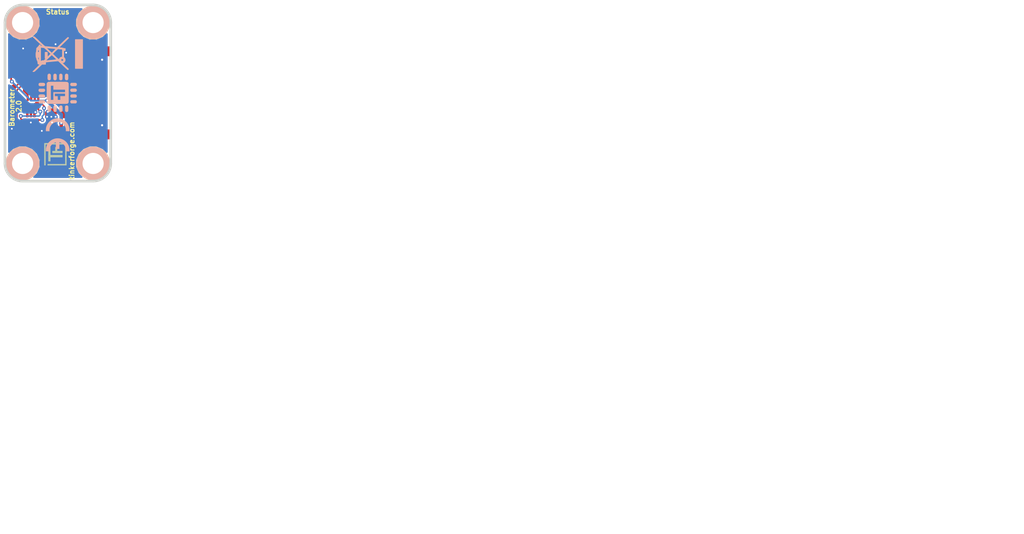
<source format=kicad_pcb>
(kicad_pcb (version 4) (host pcbnew 4.0.7-e2-6376~61~ubuntu18.04.1)
  (title_block (title "Barometric Pressure Bricklet") (date 2017-09-14) (rev 2.0) (company "Tinkerforge GmbH") (comment 1 "Licensed under CERN OHL v.1.1") (comment 2 "Copyright (©) 2017, L.Lauer <lukas@tinkerforge.com>"))
  (layers (0 Vorderseite signal) (31 Rückseite signal) (34 B.Paste user) (35 F.Paste user) (36 B.SilkS user) (37 F.SilkS user) (38 B.Mask user) (39 F.Mask user) (44 Edge.Cuts user))
  (net 0 "")
  (net 1 GND)
  (net 2 VCC)
  (net 3 "Net-(P1-Pad6)")
  (net 4 "Net-(C1-Pad1)")
  (net 5 "Net-(D1-Pad2)")
  (net 6 "Net-(P1-Pad4)")
  (net 7 "Net-(P1-Pad5)")
  (net 8 "Net-(P2-Pad1)")
  (net 9 "Net-(R1-Pad1)")
  (net 10 S-MISO)
  (net 11 S-MOSI)
  (net 12 S-CLK)
  (net 13 S-CS)
  (net 14 M-MISO)
  (net 15 M-MOSI)
  (net 16 M-CLK)
  (net 17 M-CS)
  (net 18 "Net-(RP2-Pad5)")
  (net 19 "Net-(RP2-Pad6)")
  (net 20 "Net-(RP2-Pad7)")
  (net 21 "Net-(RP2-Pad8)")
  (net 22 "Net-(P3-Pad2)")
  (net 23 INT)
  (module kicad-libraries:DRILL_NP (layer Vorderseite) (at 142.8242 93.12402 90)
    (fp_text reference U6 hide)
    (fp_text value DRILL hide)
    (pad "" np_thru_hole circle (at 0 0 90) (size 2.99974 2.99974) (drill 2.99974) (layers *.Cu *.Mask F.SilkS) (clearance 0.89916))
  )
  (module kicad-libraries:CE_5mm (layer Rückseite) (at 147.8 109.1 270)
    (fp_text reference VAL hide)
    (fp_text value CE_5mm hide)
  )
  (module kicad-libraries:Fiducial_Mark (layer Vorderseite) (at 147.3 114.6)
    (fp_text reference Fiducial_Mark hide)
    (fp_text value VAL** hide)
    (pad 1 smd circle (at 0 0) (size 1.00076 1.00076) (layers Vorderseite F.Paste F.Mask) (clearance 0.65024))
  )
  (module kicad-libraries:Fiducial_Mark (layer Vorderseite) (at 149.3 95.6)
    (fp_text reference Fiducial_Mark hide)
    (fp_text value VAL** hide)
    (pad 1 smd circle (at 0 0) (size 1.00076 1.00076) (layers Vorderseite F.Paste F.Mask) (clearance 0.65024))
  )
  (module kicad-libraries:Logo_31x31 (layer Vorderseite) (at 145.9 113.4 90)
    (fp_text reference G*** hide)
    (fp_text value Logo_31x31 hide)
  )
  (module kicad-libraries:DEBUG_PAD (layer Vorderseite) (at 141.62 102.22)
    (fp_text reference P2)
    (fp_text value CONN_01X01)
    (pad 1 smd circle (at 0 0) (size 0.7 0.7) (layers Vorderseite F.Paste F.Mask) (net 8 "Net-(P2-Pad1)"))
  )
  (module kicad-libraries:QFN24-4x4mm-0.5mm (layer Vorderseite) (at 144.3 100.1 225)
    (fp_text reference U1)
    (fp_text value XMC11XX24)
    (pad 1 smd oval (at -2.025 -1.25 225) (size 1 0.3) (layers Vorderseite F.Paste F.Mask) (net 10 S-MISO))
    (pad 2 smd oval (at -2.025 -0.75 225) (size 1 0.3) (layers Vorderseite F.Paste F.Mask))
    (pad 3 smd oval (at -2.025 -0.25 225) (size 1 0.3) (layers Vorderseite F.Paste F.Mask))
    (pad 4 smd oval (at -2.025 0.25 225) (size 1 0.3) (layers Vorderseite F.Paste F.Mask) (net 22 "Net-(P3-Pad2)"))
    (pad 5 smd oval (at -2.025 0.75 225) (size 1 0.3) (layers Vorderseite F.Paste F.Mask))
    (pad 6 smd oval (at -2.025 1.25 225) (size 1 0.3) (layers Vorderseite F.Paste F.Mask))
    (pad 7 smd oval (at -1.25 2.025 315) (size 1 0.3) (layers Vorderseite F.Paste F.Mask) (net 9 "Net-(R1-Pad1)"))
    (pad 8 smd oval (at -0.75 2.025 315) (size 1 0.3) (layers Vorderseite F.Paste F.Mask))
    (pad 9 smd oval (at -0.25 2.025 315) (size 1 0.3) (layers Vorderseite F.Paste F.Mask) (net 1 GND))
    (pad 10 smd oval (at 0.25 2.025 315) (size 1 0.3) (layers Vorderseite F.Paste F.Mask) (net 2 VCC))
    (pad 11 smd oval (at 0.75 2.025 315) (size 1 0.3) (layers Vorderseite F.Paste F.Mask))
    (pad 12 smd oval (at 1.25 2.025 315) (size 1 0.3) (layers Vorderseite F.Paste F.Mask))
    (pad 13 smd oval (at 2.025 1.25 225) (size 1 0.3) (layers Vorderseite F.Paste F.Mask))
    (pad 14 smd oval (at 2.025 0.75 225) (size 1 0.3) (layers Vorderseite F.Paste F.Mask))
    (pad 15 smd oval (at 2.025 0.25 225) (size 1 0.3) (layers Vorderseite F.Paste F.Mask) (net 8 "Net-(P2-Pad1)"))
    (pad 16 smd oval (at 2.025 -0.25 225) (size 1 0.3) (layers Vorderseite F.Paste F.Mask) (net 23 INT))
    (pad 17 smd oval (at 2.025 -0.75 225) (size 1 0.3) (layers Vorderseite F.Paste F.Mask) (net 21 "Net-(RP2-Pad8)"))
    (pad 18 smd oval (at 2.025 -1.25 225) (size 1 0.3) (layers Vorderseite F.Paste F.Mask) (net 20 "Net-(RP2-Pad7)"))
    (pad 19 smd oval (at 1.25 -2.025 315) (size 1 0.3) (layers Vorderseite F.Paste F.Mask) (net 19 "Net-(RP2-Pad6)"))
    (pad 20 smd oval (at 0.75 -2.025 315) (size 1 0.3) (layers Vorderseite F.Paste F.Mask) (net 18 "Net-(RP2-Pad5)"))
    (pad 21 smd oval (at 0.25 -2.025 315) (size 1 0.3) (layers Vorderseite F.Paste F.Mask))
    (pad 22 smd oval (at -0.25 -2.025 315) (size 1 0.3) (layers Vorderseite F.Paste F.Mask) (net 13 S-CS))
    (pad 23 smd oval (at -0.75 -2.025 315) (size 1 0.3) (layers Vorderseite F.Paste F.Mask) (net 12 S-CLK))
    (pad 24 smd oval (at -1.25 -2.025 315) (size 1 0.3) (layers Vorderseite F.Paste F.Mask) (net 11 S-MOSI))
    (pad EXP smd rect (at 0.65 0.65 225) (size 1.3 1.3) (layers Vorderseite F.Paste F.Mask) (net 1 GND))
    (pad EXP smd rect (at 0.65 -0.65 225) (size 1.3 1.3) (layers Vorderseite F.Paste F.Mask) (net 1 GND))
    (pad EXP smd rect (at -0.65 0.65 225) (size 1.3 1.3) (layers Vorderseite F.Paste F.Mask) (net 1 GND))
    (pad EXP smd rect (at -0.65 -0.65 225) (size 1.3 1.3) (layers Vorderseite F.Paste F.Mask) (net 1 GND))
  )
  (module kicad-libraries:C0805 (layer Vorderseite) (at 148.7 105.2 270)
    (fp_text reference C2)
    (fp_text value 10uF)
    (pad 1 smd rect (at -1.00076 0 270) (size 1.00076 1.24968) (layers Vorderseite F.Paste F.Mask) (net 2 VCC) (clearance 0.14986))
    (pad 2 smd rect (at 1.00076 0 270) (size 1.00076 1.24968) (layers Vorderseite F.Paste F.Mask) (net 1 GND) (clearance 0.14986))
  )
  (module kicad-libraries:C0603F (layer Vorderseite) (at 147.2 105 270)
    (fp_text reference C3)
    (fp_text value 1uF)
    (pad 1 smd rect (at -0.75 0 270) (size 0.9 0.9) (layers Vorderseite F.Paste F.Mask) (net 2 VCC))
    (pad 2 smd rect (at 0.75 0 270) (size 0.9 0.9) (layers Vorderseite F.Paste F.Mask) (net 1 GND))
  )
  (module kicad-libraries:C0603F (layer Vorderseite) (at 147 108.8 270)
    (fp_text reference C7)
    (fp_text value 1uF)
    (pad 1 smd rect (at -0.75 0 270) (size 0.9 0.9) (layers Vorderseite F.Paste F.Mask) (net 1 GND))
    (pad 2 smd rect (at 0.75 0 270) (size 0.9 0.9) (layers Vorderseite F.Paste F.Mask) (net 2 VCC))
  )
  (module kicad-libraries:D0603E (layer Vorderseite) (at 147.8 92.8)
    (fp_text reference D1)
    (fp_text value blue)
    (pad 1 smd rect (at -0.8501 0) (size 1.1 1) (layers Vorderseite F.Paste F.Mask) (net 2 VCC))
    (pad 2 smd rect (at 0.8501 0) (size 1.1 1) (layers Vorderseite F.Paste F.Mask) (net 5 "Net-(D1-Pad2)"))
  )
  (module kicad-libraries:CON-SENSOR2 (layer Vorderseite) (at 155.3 103.1 90)
    (fp_text reference P1)
    (fp_text value CON-SENSOR2)
    (pad 1 smd rect (at -3.75 -4.6 90) (size 0.6 1.8) (layers Vorderseite F.Paste F.Mask))
    (pad 2 smd rect (at -2.5 -4.6 90) (size 0.6 1.8) (layers Vorderseite F.Paste F.Mask) (net 1 GND))
    (pad EP smd rect (at -5.9 -1.2 90) (size 1.4 2.4) (layers Vorderseite F.Paste F.Mask) (net 1 GND))
    (pad EP smd rect (at 5.9 -1.2 90) (size 1.4 2.4) (layers Vorderseite F.Paste F.Mask) (net 1 GND))
    (pad 3 smd rect (at -1.25 -4.6 90) (size 0.6 1.8) (layers Vorderseite F.Paste F.Mask) (net 2 VCC))
    (pad 4 smd rect (at 0 -4.6 90) (size 0.6 1.8) (layers Vorderseite F.Paste F.Mask) (net 6 "Net-(P1-Pad4)"))
    (pad 5 smd rect (at 1.25 -4.6 90) (size 0.6 1.8) (layers Vorderseite F.Paste F.Mask) (net 7 "Net-(P1-Pad5)"))
    (pad 6 smd rect (at 2.5 -4.6 90) (size 0.6 1.8) (layers Vorderseite F.Paste F.Mask) (net 3 "Net-(P1-Pad6)"))
    (pad 7 smd rect (at 3.75 -4.6 90) (size 0.6 1.8) (layers Vorderseite F.Paste F.Mask) (net 4 "Net-(C1-Pad1)"))
  )
  (module kicad-libraries:SolderJumper (layer Vorderseite) (at 147.5 97.2 270)
    (fp_text reference P3)
    (fp_text value BOOT)
    (pad 2 smd rect (at 0.55 0 270) (size 0.3 1.4) (layers Vorderseite F.Mask) (net 22 "Net-(P3-Pad2)"))
    (pad 2 smd rect (at 0.15 0 270) (size 0.6 0.5) (layers Vorderseite F.Mask) (net 22 "Net-(P3-Pad2)"))
    (pad 1 smd rect (at -0.5 0 270) (size 0.4 1.4) (layers Vorderseite F.Mask) (net 1 GND))
    (pad 1 smd rect (at -0.225 0.55 270) (size 0.95 0.3) (layers Vorderseite F.Mask) (net 1 GND))
    (pad 1 smd rect (at -0.225 -0.55 270) (size 0.95 0.3) (layers Vorderseite F.Mask) (net 1 GND))
  )
  (module kicad-libraries:4X0402 (layer Vorderseite) (at 148.3 101.2 90)
    (fp_text reference RP1)
    (fp_text value 82)
    (pad 1 smd rect (at -0.7493 0.575 270) (size 0.29972 0.65) (layers Vorderseite F.Paste F.Mask) (net 6 "Net-(P1-Pad4)"))
    (pad 2 smd rect (at -0.24892 0.575 270) (size 0.29972 0.65) (layers Vorderseite F.Paste F.Mask) (net 7 "Net-(P1-Pad5)"))
    (pad 3 smd rect (at 0.24892 0.575 270) (size 0.29972 0.65) (layers Vorderseite F.Paste F.Mask) (net 3 "Net-(P1-Pad6)"))
    (pad 4 smd rect (at 0.7493 0.575 270) (size 0.29972 0.65) (layers Vorderseite F.Paste F.Mask) (net 4 "Net-(C1-Pad1)"))
    (pad 5 smd rect (at 0.7493 -0.575 90) (size 0.29972 0.65) (layers Vorderseite F.Paste F.Mask) (net 10 S-MISO))
    (pad 6 smd rect (at 0.24892 -0.575 90) (size 0.29972 0.65) (layers Vorderseite F.Paste F.Mask) (net 11 S-MOSI))
    (pad 7 smd rect (at -0.24892 -0.575 90) (size 0.29972 0.65) (layers Vorderseite F.Paste F.Mask) (net 12 S-CLK))
    (pad 8 smd rect (at -0.7493 -0.575 90) (size 0.29972 0.65) (layers Vorderseite F.Paste F.Mask) (net 13 S-CS))
  )
  (module kicad-libraries:DRILL_NP (layer Vorderseite) (at 152.82418 93.12402)
    (fp_text reference U3 hide)
    (fp_text value DRILL hide)
    (pad "" np_thru_hole circle (at 0 0) (size 2.99974 2.99974) (drill 2.99974) (layers *.Cu *.Mask F.SilkS) (clearance 0.89916))
  )
  (module kicad-libraries:DRILL_NP (layer Vorderseite) (at 152.82418 113.12398 90)
    (fp_text reference U4 hide)
    (fp_text value DRILL hide)
    (pad "" np_thru_hole circle (at 0 0 90) (size 2.99974 2.99974) (drill 2.99974) (layers *.Cu *.Mask F.SilkS) (clearance 0.89916))
  )
  (module kicad-libraries:DRILL_NP (layer Vorderseite) (at 142.8242 113.12398)
    (fp_text reference U5 hide)
    (fp_text value DRILL hide)
    (pad "" np_thru_hole circle (at 0 0) (size 2.99974 2.99974) (drill 2.99974) (layers *.Cu *.Mask F.SilkS) (clearance 0.89916))
  )
  (module kicad-libraries:4X0402 (layer Vorderseite) (at 144.3 104.5)
    (fp_text reference RP2)
    (fp_text value 82)
    (pad 1 smd rect (at -0.7493 0.575 180) (size 0.29972 0.65) (layers Vorderseite F.Paste F.Mask) (net 14 M-MISO))
    (pad 2 smd rect (at -0.24892 0.575 180) (size 0.29972 0.65) (layers Vorderseite F.Paste F.Mask) (net 15 M-MOSI))
    (pad 3 smd rect (at 0.24892 0.575 180) (size 0.29972 0.65) (layers Vorderseite F.Paste F.Mask) (net 16 M-CLK))
    (pad 4 smd rect (at 0.7493 0.575 180) (size 0.29972 0.65) (layers Vorderseite F.Paste F.Mask) (net 17 M-CS))
    (pad 5 smd rect (at 0.7493 -0.575) (size 0.29972 0.65) (layers Vorderseite F.Paste F.Mask) (net 18 "Net-(RP2-Pad5)"))
    (pad 6 smd rect (at 0.24892 -0.575) (size 0.29972 0.65) (layers Vorderseite F.Paste F.Mask) (net 19 "Net-(RP2-Pad6)"))
    (pad 7 smd rect (at -0.24892 -0.575) (size 0.29972 0.65) (layers Vorderseite F.Paste F.Mask) (net 20 "Net-(RP2-Pad7)"))
    (pad 8 smd rect (at -0.7493 -0.575) (size 0.29972 0.65) (layers Vorderseite F.Paste F.Mask) (net 21 "Net-(RP2-Pad8)"))
  )
  (module kicad-libraries:R0603F (layer Vorderseite) (at 146.9 95.2 45)
    (fp_text reference R1)
    (fp_text value 1k)
    (pad 1 smd rect (at -0.75 0 45) (size 0.9 0.9) (layers Vorderseite F.Paste F.Mask) (net 9 "Net-(R1-Pad1)"))
    (pad 2 smd rect (at 0.75 0 45) (size 0.9 0.9) (layers Vorderseite F.Paste F.Mask) (net 5 "Net-(D1-Pad2)"))
  )
  (module kicad-libraries:WEEE_7mm (layer Rückseite) (at 147.8 97.6 270)
    (fp_text reference VAL hide)
    (fp_text value WEEE_7mm hide)
  )
  (module kicad-libraries:Logo_CoMCU (layer Rückseite) (at 147.8 103.1 270)
    (fp_text reference G*** hide)
    (fp_text value LOGO hide)
  )
  (module kicad-libraries:C0402F (layer Vorderseite) (at 145.05 109.15)
    (fp_text reference C6)
    (fp_text value 100nF)
    (pad 2 smd rect (at 0.5 0) (size 0.6 0.7) (layers Vorderseite F.Paste F.Mask) (net 1 GND))
    (pad 1 smd rect (at -0.5 0) (size 0.6 0.7) (layers Vorderseite F.Paste F.Mask) (net 2 VCC))
  )
  (module kicad-libraries:C0402F (layer Vorderseite) (at 142 109.1)
    (fp_text reference C5)
    (fp_text value 100nF)
    (pad 2 smd rect (at 0.5 0) (size 0.6 0.7) (layers Vorderseite F.Paste F.Mask) (net 2 VCC))
    (pad 1 smd rect (at -0.5 0) (size 0.6 0.7) (layers Vorderseite F.Paste F.Mask) (net 1 GND))
  )
  (module kicad-libraries:C0402F (layer Vorderseite) (at 141.9 97.8 225)
    (fp_text reference C4)
    (fp_text value 100n)
    (pad 2 smd rect (at 0.5 0 225) (size 0.6 0.7) (layers Vorderseite F.Paste F.Mask) (net 2 VCC))
    (pad 1 smd rect (at -0.5 0 225) (size 0.6 0.7) (layers Vorderseite F.Paste F.Mask) (net 1 GND))
  )
  (module kicad-libraries:C0402F (layer Vorderseite) (at 149 98.7 90)
    (fp_text reference C1)
    (fp_text value 220pF)
    (pad 2 smd rect (at 0.5 0 90) (size 0.6 0.7) (layers Vorderseite F.Paste F.Mask) (net 1 GND))
    (pad 1 smd rect (at -0.5 0 90) (size 0.6 0.7) (layers Vorderseite F.Paste F.Mask) (net 4 "Net-(C1-Pad1)"))
  )
  (module kicad-libraries:HLGA-10L (layer Vorderseite) (at 144 107.2)
    (fp_text reference U2)
    (fp_text value LPS22HB)
    (pad 4 smd rect (at 0 -0.91) (size 0.35 0.575) (layers Vorderseite F.Paste F.Mask) (net 15 M-MOSI))
    (pad 3 smd rect (at 0.5 -0.91) (size 0.35 0.575) (layers Vorderseite F.Paste F.Mask) (net 1 GND))
    (pad 5 smd rect (at -0.5 -0.91) (size 0.35 0.575) (layers Vorderseite F.Paste F.Mask) (net 14 M-MISO))
    (pad 9 smd rect (at 0 0.91) (size 0.35 0.575) (layers Vorderseite F.Paste F.Mask) (net 1 GND))
    (pad 10 smd rect (at 0.5 0.91) (size 0.35 0.575) (layers Vorderseite F.Paste F.Mask) (net 2 VCC))
    (pad 8 smd rect (at -0.5 0.91) (size 0.35 0.575) (layers Vorderseite F.Paste F.Mask) (net 1 GND))
    (pad 6 smd rect (at -0.91 -0.25 90) (size 0.35 0.575) (layers Vorderseite F.Paste F.Mask) (net 17 M-CS))
    (pad 7 smd rect (at -0.91 0.25 90) (size 0.35 0.575) (layers Vorderseite F.Paste F.Mask) (net 23 INT))
    (pad 2 smd rect (at 0.91 -0.25 90) (size 0.35 0.575) (layers Vorderseite F.Paste F.Mask) (net 16 M-CLK))
    (pad 1 smd rect (at 0.91 0.25 90) (size 0.35 0.575) (layers Vorderseite F.Paste F.Mask) (net 2 VCC))
  )
  (gr_text Status (at 147.8 91.6) (layer F.SilkS) (effects (font (size 0.7 0.7))))
  (gr_text 2.0 (at 142.3 105 90) (layer F.SilkS) (effects (font (size 0.7 0.7))))
  (gr_text tinkerforge.com (at 149.8 111.3 90) (layer F.SilkS) (effects (font (size 0.7 0.7))))
  (gr_line (start 140.32738 93.12402) (end 140.32738 113.12398) (angle 90) (layer Edge.Cuts) (width 0.381))
  (gr_line (start 152.82672 90.62212) (end 142.82674 90.62212) (angle 90) (layer Edge.Cuts) (width 0.381))
  (gr_line (start 155.32608 113.12398) (end 155.32608 93.12402) (angle 90) (layer Edge.Cuts) (width 0.381))
  (gr_line (start 142.82674 115.62334) (end 152.82672 115.62334) (angle 90) (layer Edge.Cuts) (width 0.381))
  (gr_arc (start 152.82672 93.12402) (end 152.82672 90.62212) (angle 90) (layer Edge.Cuts) (width 0.381))
  (gr_arc (start 142.82674 93.12402) (end 140.32738 93.12402) (angle 90) (layer Edge.Cuts) (width 0.381))
  (gr_arc (start 142.82674 113.12398) (end 142.82674 115.62334) (angle 90) (layer Edge.Cuts) (width 0.381))
  (gr_arc (start 152.82672 113.12398) (end 155.32608 113.12398) (angle 90) (layer Edge.Cuts) (width 0.381))
  (gr_text Barometer (at 141.3 105.2 90) (layer F.SilkS) (effects (font (size 0.7 0.7))))
  (segment (start 145.55 109.15) (end 145.55 108.5) (width 0.55) (layer Vorderseite) (net 1))
  (via (at 145.55 108.5) (size 0.70104) (drill 0.24892) (layers Vorderseite Rückseite) (net 1))
  (segment (start 146.95 96.975) (end 146.95 96.7) (width 0.2) (layer Vorderseite) (net 1))
  (segment (start 146.95 96.7) (end 147.5 96.7) (width 0.2) (layer Vorderseite) (net 1))
  (segment (start 147.5 96.7) (end 147.5 96.2) (width 0.29972) (layer Vorderseite) (net 1))
  (via (at 147.5 96.2) (size 0.55) (drill 0.25) (layers Vorderseite Rückseite) (net 1))
  (segment (start 147.5 96.7) (end 147.5 96.2) (width 0.29972) (layer Vorderseite) (net 1))
  (segment (start 144.5 106.39) (end 144.5 105.97) (width 0.2) (layer Vorderseite) (net 1))
  (via (at 144.64 105.83) (size 0.55) (drill 0.25) (layers Vorderseite Rückseite) (net 1))
  (segment (start 144.5 105.97) (end 144.64 105.83) (width 0.2) (layer Vorderseite) (net 1))
  (segment (start 143.5 108.01) (end 144 108.01) (width 0.2) (layer Vorderseite) (net 1))
  (segment (start 144 108.01) (end 143.99 108) (width 0.25) (layer Vorderseite) (net 1))
  (segment (start 143.99 108) (end 143.99 107.31) (width 0.2) (layer Vorderseite) (net 1))
  (via (at 143.99 107.31) (size 0.55) (drill 0.25) (layers Vorderseite Rückseite) (net 1))
  (segment (start 147 108.05) (end 147 107.3) (width 0.29972) (layer Vorderseite) (net 1))
  (via (at 147 107.3) (size 0.55) (drill 0.25) (layers Vorderseite Rückseite) (net 1))
  (segment (start 145.219239 100.1) (end 145 100.1) (width 0.29972) (layer Vorderseite) (net 1))
  (segment (start 145 100.1) (end 144.3 100.8) (width 0.29972) (layer Vorderseite) (net 1))
  (segment (start 144.3 100.8) (end 144 100.8) (width 0.29972) (layer Vorderseite) (net 1))
  (segment (start 144 100.8) (end 143.1 99.9) (width 0.29972) (layer Vorderseite) (net 1))
  (segment (start 143.1 99.9) (end 144.1 98.9) (width 0.29972) (layer Vorderseite) (net 1))
  (segment (start 144.1 98.9) (end 144.3 99.180761) (width 0.29972) (layer Vorderseite) (net 1))
  (segment (start 148.05 96.975) (end 148.05 96.75) (width 0.29972) (layer Vorderseite) (net 1))
  (segment (start 148.05 96.75) (end 148 96.7) (width 0.29972) (layer Vorderseite) (net 1))
  (segment (start 148 96.7) (end 147.5 96.7) (width 0.29972) (layer Vorderseite) (net 1))
  (segment (start 144.3 99.180761) (end 143.734314 99.180761) (width 0.25) (layer Vorderseite) (net 1))
  (segment (start 143.734314 99.180761) (end 143.044885 98.491332) (width 0.25) (layer Vorderseite) (net 1))
  (segment (start 142.359619 97.340381) (end 142.9 96.8) (width 0.55) (layer Vorderseite) (net 1))
  (via (at 142.9 96.8) (size 0.55) (drill 0.25) (layers Vorderseite Rückseite) (net 1))
  (segment (start 143.044885 98.491332) (end 143.044885 98.444885) (width 0.25) (layer Vorderseite) (net 1))
  (segment (start 143.044885 98.444885) (end 142.359619 97.759619) (width 0.25) (layer Vorderseite) (net 1))
  (segment (start 142.359619 97.759619) (end 142.359619 97.340381) (width 0.25) (layer Vorderseite) (net 1))
  (segment (start 141.35 109.1) (end 141.35 108.25) (width 0.59944) (layer Vorderseite) (net 1))
  (via (at 141.3 108.2) (size 0.55) (drill 0.25) (layers Vorderseite Rückseite) (net 1))
  (segment (start 141.35 108.25) (end 141.3 108.2) (width 0.59944) (layer Vorderseite) (net 1))
  (segment (start 154.1 109) (end 154.1 107.7) (width 0.8001) (layer Vorderseite) (net 1))
  (via (at 154.1 107.7) (size 0.7) (drill 0.3) (layers Vorderseite Rückseite) (net 1))
  (segment (start 154.1 97.2) (end 154.1 98.4) (width 0.8001) (layer Vorderseite) (net 1))
  (via (at 154.1 98.4) (size 0.7) (drill 0.3) (layers Vorderseite Rückseite) (net 1))
  (segment (start 146.3 106.5) (end 146.45 106.5) (width 0.55) (layer Vorderseite) (net 1))
  (via (at 146.3 106.5) (size 0.55) (drill 0.25) (layers Vorderseite Rückseite) (net 1))
  (segment (start 146.45 106.5) (end 147.2 105.75) (width 0.55) (layer Vorderseite) (net 1))
  (segment (start 147.15 105.8) (end 146.4 105.8) (width 0.55) (layer Vorderseite) (net 1))
  (segment (start 146.3 105.9) (end 146.4 105.8) (width 0.55) (layer Vorderseite) (net 1))
  (via (at 146.4 105.8) (size 0.55) (drill 0.25) (layers Vorderseite Rückseite) (net 1))
  (segment (start 146.3 106.5) (end 146.9 106.5) (width 0.55) (layer Vorderseite) (net 1))
  (via (at 146.9 106.5) (size 0.55) (drill 0.25) (layers Vorderseite Rückseite) (net 1))
  (segment (start 147.5 106.5) (end 147.2 106.2) (width 0.55) (layer Vorderseite) (net 1))
  (via (at 147.5 106.5) (size 0.55) (drill 0.25) (layers Vorderseite Rückseite) (net 1))
  (segment (start 146.9 106.5) (end 147.5 106.5) (width 0.55) (layer Vorderseite) (net 1))
  (segment (start 146.3 106.5) (end 146.3 105.9) (width 0.55) (layer Vorderseite) (net 1))
  (segment (start 147.15 105.8) (end 147.2 105.75) (width 0.55) (layer Vorderseite) (net 1))
  (segment (start 147.2 105.75) (end 147.2 106.2) (width 0.55) (layer Vorderseite) (net 1))
  (segment (start 148.7 106.20076) (end 148.30076 106.20076) (width 0.55) (layer Vorderseite) (net 1))
  (segment (start 148.30076 106.20076) (end 147.85 105.75) (width 0.55) (layer Vorderseite) (net 1))
  (segment (start 147.85 105.75) (end 147.2 105.75) (width 0.55) (layer Vorderseite) (net 1))
  (segment (start 150.7 105.6) (end 150 105.6) (width 0.55) (layer Vorderseite) (net 1))
  (segment (start 150 105.6) (end 149.39924 106.20076) (width 0.55) (layer Vorderseite) (net 1))
  (segment (start 149.39924 106.20076) (end 148.7 106.20076) (width 0.55) (layer Vorderseite) (net 1))
  (segment (start 149 98.05) (end 149 97.4) (width 0.55) (layer Vorderseite) (net 1))
  (via (at 149 97.4) (size 0.55) (drill 0.25) (layers Vorderseite Rückseite) (net 1))
  (segment (start 144.5 108.01) (end 144.86 108.01) (width 0.2) (layer Vorderseite) (net 2))
  (segment (start 145.06 107.45) (end 144.81 107.45) (width 0.2) (layer Vorderseite) (net 2))
  (segment (start 145.19 107.58) (end 145.06 107.45) (width 0.2) (layer Vorderseite) (net 2))
  (segment (start 145.19 107.83) (end 145.19 107.58) (width 0.2) (layer Vorderseite) (net 2))
  (segment (start 145.01 108.01) (end 145.19 107.83) (width 0.2) (layer Vorderseite) (net 2))
  (segment (start 144.86 108.01) (end 145.01 108.01) (width 0.2) (layer Vorderseite) (net 2))
  (segment (start 144.5 108.01) (end 144.5 108.85) (width 0.2) (layer Vorderseite) (net 2))
  (segment (start 144.5 108.85) (end 144.51 108.86) (width 0.2) (layer Vorderseite) (net 2))
  (segment (start 144.54 110.5) (end 144.54 108.89) (width 0.2) (layer Vorderseite) (net 2))
  (segment (start 144.54 108.89) (end 144.51 108.86) (width 0.2) (layer Vorderseite) (net 2))
  (segment (start 146.3 104.2) (end 144 104.2) (width 0.25) (layer Rückseite) (net 2))
  (segment (start 141.2 101.4) (end 141.2 98.5) (width 0.25) (layer Vorderseite) (net 2))
  (segment (start 141.3 101.5) (end 141.2 101.4) (width 0.25) (layer Vorderseite) (net 2))
  (via (at 141.3 101.5) (size 0.55) (drill 0.25) (layers Vorderseite Rückseite) (net 2))
  (segment (start 144 104.2) (end 141.3 101.5) (width 0.25) (layer Rückseite) (net 2))
  (segment (start 141.2 98.5) (end 141.440381 98.259619) (width 0.25) (layer Vorderseite) (net 2))
  (segment (start 144.15 110.5) (end 144.54 110.5) (width 0.5) (layer Vorderseite) (net 2))
  (segment (start 144.54 110.5) (end 146.4 110.5) (width 0.5) (layer Vorderseite) (net 2))
  (segment (start 146.4 110.5) (end 147 109.9) (width 0.5) (layer Vorderseite) (net 2))
  (segment (start 147 109.9) (end 147 109.55) (width 0.5) (layer Vorderseite) (net 2))
  (segment (start 147 109.55) (end 147.05 109.5) (width 0.5) (layer Vorderseite) (net 2))
  (segment (start 147.05 109.5) (end 147.7 109.5) (width 0.5) (layer Vorderseite) (net 2))
  (segment (start 147.7 109.5) (end 148.3 108.9) (width 0.5) (layer Vorderseite) (net 2))
  (segment (start 148.3 108.9) (end 148.3 107.4) (width 0.5) (layer Vorderseite) (net 2))
  (via (at 148.3 107.4) (size 0.55) (drill 0.25) (layers Vorderseite Rückseite) (net 2))
  (segment (start 148.3 107.4) (end 148.3 106.2) (width 0.5) (layer Rückseite) (net 2))
  (segment (start 148.3 106.2) (end 146.3 104.2) (width 0.5) (layer Rückseite) (net 2))
  (segment (start 146.3 104.2) (end 146.3 104.2) (width 0.5) (layer Rückseite) (net 2))
  (segment (start 141.440381 98.259619) (end 141.440381 98.040381) (width 0.25) (layer Vorderseite) (net 2))
  (segment (start 141.440381 98.040381) (end 141.1 97.7) (width 0.25) (layer Vorderseite) (net 2))
  (segment (start 146.9499 93.6501) (end 146.9499 92.8) (width 0.25) (layer Vorderseite) (net 2))
  (segment (start 144.6 96) (end 146.9499 93.6501) (width 0.25) (layer Vorderseite) (net 2))
  (segment (start 142.5 96) (end 144.6 96) (width 0.25) (layer Vorderseite) (net 2))
  (segment (start 141.1 97.4) (end 142.5 96) (width 0.25) (layer Vorderseite) (net 2))
  (segment (start 141.1 97.7) (end 141.1 97.4) (width 0.25) (layer Vorderseite) (net 2))
  (segment (start 141.440381 98.259619) (end 141.440381 98.140381) (width 0.25) (layer Vorderseite) (net 2))
  (segment (start 142.691332 98.844885) (end 142.644885 98.844885) (width 0.25) (layer Vorderseite) (net 2))
  (segment (start 142.644885 98.844885) (end 142.3 98.5) (width 0.25) (layer Vorderseite) (net 2))
  (segment (start 142.3 98.5) (end 141.680762 98.5) (width 0.25) (layer Vorderseite) (net 2))
  (segment (start 141.680762 98.5) (end 141.440381 98.259619) (width 0.25) (layer Vorderseite) (net 2))
  (segment (start 146.35 104.25) (end 147.2 104.25) (width 0.5) (layer Vorderseite) (net 2))
  (segment (start 146.3 104.2) (end 146.35 104.25) (width 0.5) (layer Vorderseite) (net 2))
  (via (at 146.3 104.2) (size 0.55) (drill 0.25) (layers Vorderseite Rückseite) (net 2))
  (segment (start 144.15 110.5) (end 144.2 110.5) (width 0.5) (layer Vorderseite) (net 2))
  (segment (start 142.65 109.1) (end 142.65 109.55) (width 0.5) (layer Vorderseite) (net 2))
  (segment (start 142.65 109.55) (end 143.6 110.5) (width 0.5) (layer Vorderseite) (net 2))
  (segment (start 143.6 110.5) (end 144.2 110.5) (width 0.5) (layer Vorderseite) (net 2))
  (segment (start 148.7 104.19924) (end 147.25076 104.19924) (width 0.55) (layer Vorderseite) (net 2))
  (segment (start 147.25076 104.19924) (end 147.2 104.25) (width 0.55) (layer Vorderseite) (net 2))
  (segment (start 150.7 104.35) (end 148.85076 104.35) (width 0.55) (layer Vorderseite) (net 2))
  (segment (start 148.85076 104.35) (end 148.7 104.19924) (width 0.55) (layer Vorderseite) (net 2))
  (segment (start 150.7 100.6) (end 149.9 100.6) (width 0.25) (layer Vorderseite) (net 3))
  (segment (start 149.9 100.6) (end 149.54892 100.95108) (width 0.25) (layer Vorderseite) (net 3))
  (segment (start 149.54892 100.95108) (end 148.875 100.95108) (width 0.25) (layer Vorderseite) (net 3))
  (segment (start 150.7 99.35) (end 149 99.35) (width 0.25) (layer Vorderseite) (net 4))
  (segment (start 148.875 100.4507) (end 148.875 99.475) (width 0.25) (layer Vorderseite) (net 4))
  (segment (start 148.875 99.475) (end 149 99.35) (width 0.25) (layer Vorderseite) (net 4))
  (segment (start 148.8 100.3757) (end 148.875 100.4507) (width 0.25) (layer Vorderseite) (net 4))
  (segment (start 147.43033 94.66967) (end 148.3 93.8) (width 0.25) (layer Vorderseite) (net 5))
  (segment (start 148.5 93.6) (end 148.5 92.9501) (width 0.25) (layer Vorderseite) (net 5))
  (segment (start 148.3 93.8) (end 148.5 93.6) (width 0.25) (layer Vorderseite) (net 5))
  (segment (start 148.5 92.9501) (end 148.6501 92.8) (width 0.25) (layer Vorderseite) (net 5))
  (segment (start 148.3 93.1501) (end 148.6501 92.8) (width 0.25) (layer Vorderseite) (net 5))
  (segment (start 148.875 101.9493) (end 149.0493 101.9493) (width 0.25) (layer Vorderseite) (net 6))
  (segment (start 149.0493 101.9493) (end 149.4 102.3) (width 0.25) (layer Vorderseite) (net 6))
  (segment (start 149.4 102.3) (end 149.4 102.8) (width 0.25) (layer Vorderseite) (net 6))
  (segment (start 149.4 102.8) (end 149.7 103.1) (width 0.25) (layer Vorderseite) (net 6))
  (segment (start 149.7 103.1) (end 150.7 103.1) (width 0.25) (layer Vorderseite) (net 6))
  (segment (start 150.7 101.85) (end 149.95 101.85) (width 0.25) (layer Vorderseite) (net 7))
  (segment (start 149.95 101.85) (end 149.54892 101.44892) (width 0.25) (layer Vorderseite) (net 7))
  (segment (start 149.54892 101.44892) (end 148.875 101.44892) (width 0.25) (layer Vorderseite) (net 7))
  (segment (start 142.691332 101.355115) (end 142.691332 101.368668) (width 0.2) (layer Vorderseite) (net 8))
  (segment (start 142.691332 101.368668) (end 141.84 102.22) (width 0.2) (layer Vorderseite) (net 8))
  (segment (start 141.84 102.22) (end 141.62 102.22) (width 0.2) (layer Vorderseite) (net 8))
  (segment (start 143.751992 97.784225) (end 143.751992 97.751992) (width 0.25) (layer Vorderseite) (net 9))
  (segment (start 143.751992 97.751992) (end 143.5 97.5) (width 0.25) (layer Vorderseite) (net 9))
  (segment (start 143.5 97.5) (end 143.5 97.1) (width 0.25) (layer Vorderseite) (net 9))
  (segment (start 143.5 97.1) (end 143.8 96.8) (width 0.25) (layer Vorderseite) (net 9))
  (segment (start 143.8 96.8) (end 145.3 96.8) (width 0.25) (layer Vorderseite) (net 9))
  (segment (start 145.3 96.8) (end 146.36967 95.73033) (width 0.25) (layer Vorderseite) (net 9))
  (segment (start 146.615775 99.551992) (end 146.615775 99.715775) (width 0.25) (layer Vorderseite) (net 10))
  (segment (start 146.615775 99.715775) (end 147.3507 100.4507) (width 0.25) (layer Vorderseite) (net 10))
  (segment (start 147.3507 100.4507) (end 147.725 100.4507) (width 0.25) (layer Vorderseite) (net 10))
  (segment (start 147.725 100.95108) (end 146.918847 100.95108) (width 0.25) (layer Vorderseite) (net 11))
  (segment (start 146.918847 100.95108) (end 146.615775 100.648008) (width 0.25) (layer Vorderseite) (net 11))
  (segment (start 146.818847 100.95108) (end 146.615775 100.748008) (width 0.25) (layer Vorderseite) (net 11))
  (segment (start 147.725 101.44892) (end 146.70958 101.44892) (width 0.25) (layer Vorderseite) (net 12))
  (segment (start 146.70958 101.44892) (end 146.262221 101.001561) (width 0.25) (layer Vorderseite) (net 12))
  (segment (start 147.725 101.9493) (end 146.502853 101.9493) (width 0.25) (layer Vorderseite) (net 13))
  (segment (start 146.502853 101.9493) (end 145.908668 101.355115) (width 0.25) (layer Vorderseite) (net 13))
  (segment (start 143.5 106.39) (end 143.5 105.92) (width 0.2) (layer Vorderseite) (net 14))
  (segment (start 143.5507 105.8693) (end 143.5507 105.075) (width 0.2) (layer Vorderseite) (net 14))
  (segment (start 143.5 105.92) (end 143.5507 105.8693) (width 0.2) (layer Vorderseite) (net 14))
  (segment (start 144 106.39) (end 144 105.8) (width 0.2) (layer Vorderseite) (net 15))
  (segment (start 144.05108 105.74892) (end 144.05108 105.075) (width 0.2) (layer Vorderseite) (net 15))
  (segment (start 144 105.8) (end 144.05108 105.74892) (width 0.2) (layer Vorderseite) (net 15))
  (segment (start 144.54892 105.075) (end 144.54892 104.66108) (width 0.2) (layer Vorderseite) (net 16))
  (segment (start 145.62 106.95) (end 144.81 106.95) (width 0.2) (layer Vorderseite) (net 16))
  (via (at 145.62 106.95) (size 0.55) (drill 0.25) (layers Vorderseite Rückseite) (net 16))
  (segment (start 145.62 106.42) (end 145.62 106.95) (width 0.2) (layer Rückseite) (net 16))
  (segment (start 145.87 106.17) (end 145.62 106.42) (width 0.2) (layer Rückseite) (net 16))
  (segment (start 145.87 105.28) (end 145.87 106.17) (width 0.2) (layer Rückseite) (net 16))
  (via (at 145.87 105.28) (size 0.55) (drill 0.25) (layers Vorderseite Rückseite) (net 16))
  (segment (start 145.87 104.98) (end 145.87 105.28) (width 0.2) (layer Vorderseite) (net 16))
  (segment (start 145.39 104.5) (end 145.87 104.98) (width 0.2) (layer Vorderseite) (net 16))
  (segment (start 144.71 104.5) (end 145.39 104.5) (width 0.2) (layer Vorderseite) (net 16))
  (segment (start 144.54892 104.66108) (end 144.71 104.5) (width 0.2) (layer Vorderseite) (net 16))
  (segment (start 145.0493 105.075) (end 145.0493 105.4793) (width 0.2) (layer Vorderseite) (net 17))
  (segment (start 142.75 106.95) (end 143.19 106.95) (width 0.2) (layer Vorderseite) (net 17))
  (segment (start 142.57 106.77) (end 142.75 106.95) (width 0.2) (layer Vorderseite) (net 17))
  (segment (start 142.57 106.39) (end 142.57 106.77) (width 0.2) (layer Vorderseite) (net 17))
  (via (at 142.57 106.39) (size 0.55) (drill 0.25) (layers Vorderseite Rückseite) (net 17))
  (segment (start 145.16 106.39) (end 142.57 106.39) (width 0.2) (layer Rückseite) (net 17))
  (segment (start 145.34 106.21) (end 145.16 106.39) (width 0.2) (layer Rückseite) (net 17))
  (segment (start 145.34 105.77) (end 145.34 106.21) (width 0.2) (layer Rückseite) (net 17))
  (via (at 145.34 105.77) (size 0.55) (drill 0.25) (layers Vorderseite Rückseite) (net 17))
  (segment (start 145.0493 105.4793) (end 145.34 105.77) (width 0.2) (layer Vorderseite) (net 17))
  (segment (start 145.0493 105.075) (end 145.0493 105.1493) (width 0.25) (layer Vorderseite) (net 17))
  (segment (start 145.201561 102.062221) (end 145.201561 102.101561) (width 0.25) (layer Vorderseite) (net 18))
  (segment (start 145.201561 102.101561) (end 145.6 102.5) (width 0.25) (layer Vorderseite) (net 18))
  (segment (start 145.6 102.5) (end 145.6 102.8) (width 0.25) (layer Vorderseite) (net 18))
  (segment (start 145.6 102.8) (end 145.0493 103.3507) (width 0.25) (layer Vorderseite) (net 18))
  (segment (start 145.0493 103.3507) (end 145.0493 103.925) (width 0.25) (layer Vorderseite) (net 18))
  (segment (start 144.848008 102.415775) (end 144.848008 102.451992) (width 0.25) (layer Vorderseite) (net 19))
  (segment (start 144.848008 102.451992) (end 144.54892 102.75108) (width 0.25) (layer Vorderseite) (net 19))
  (segment (start 144.54892 102.75108) (end 144.54892 103.925) (width 0.25) (layer Vorderseite) (net 19))
  (segment (start 144.848008 102.415775) (end 144.784225 102.415775) (width 0.25) (layer Vorderseite) (net 19))
  (segment (start 143.751992 102.415775) (end 143.751992 102.451992) (width 0.25) (layer Vorderseite) (net 20))
  (segment (start 143.751992 102.451992) (end 144.05108 102.75108) (width 0.25) (layer Vorderseite) (net 20))
  (segment (start 144.05108 102.75108) (end 144.05108 103.925) (width 0.25) (layer Vorderseite) (net 20))
  (segment (start 143.751992 102.415775) (end 143.751992 102.448008) (width 0.25) (layer Vorderseite) (net 20))
  (segment (start 143.398439 102.062221) (end 143.337779 102.062221) (width 0.25) (layer Vorderseite) (net 21))
  (segment (start 143.337779 102.062221) (end 143 102.4) (width 0.25) (layer Vorderseite) (net 21))
  (segment (start 143.5507 103.3507) (end 143.5507 103.925) (width 0.25) (layer Vorderseite) (net 21))
  (segment (start 143 102.8) (end 143.5507 103.3507) (width 0.25) (layer Vorderseite) (net 21))
  (segment (start 143 102.4) (end 143 102.8) (width 0.25) (layer Vorderseite) (net 21))
  (segment (start 143.398439 102.062221) (end 143.398439 102.101561) (width 0.25) (layer Vorderseite) (net 21))
  (segment (start 147.5 97.75) (end 147.5 97.35) (width 0.29972) (layer Vorderseite) (net 22))
  (segment (start 147.5 97.75) (end 146.25 97.75) (width 0.25) (layer Vorderseite) (net 22))
  (segment (start 146.25 97.75) (end 145.555115 98.444885) (width 0.25) (layer Vorderseite) (net 22))
  (segment (start 145.555115 98.444885) (end 145.555115 98.491332) (width 0.25) (layer Vorderseite) (net 22))
  (segment (start 145.555115 98.491332) (end 145.608668 98.491332) (width 0.25) (layer Vorderseite) (net 22))
  (segment (start 143.044885 101.708668) (end 143.041332 101.708668) (width 0.2) (layer Vorderseite) (net 23))
  (segment (start 143.041332 101.708668) (end 142.04 102.71) (width 0.2) (layer Vorderseite) (net 23))
  (segment (start 142.63 107.45) (end 143.19 107.45) (width 0.2) (layer Vorderseite) (net 23))
  (segment (start 142.04 106.86) (end 142.63 107.45) (width 0.2) (layer Vorderseite) (net 23))
  (segment (start 142.04 102.71) (end 142.04 106.86) (width 0.2) (layer Vorderseite) (net 23))
  (segment (start 143.044885 101.708668) (end 143.044885 101.755115) (width 0.25) (layer Vorderseite) (net 23))
  (zone (net 1) (net_name GND) (layer Rückseite) (connect_pads (clearance 0.24892)) (min_thickness 0.24892) (fill yes (arc_segments 16) (thermal_gap 0.29972) (thermal_bridge_width 0.29972))
    (polygon (pts (xy 155.32608 115.62334) (xy 155.32608 90.62212) (xy 140.32738 90.62212) (xy 140.32738 115.62334)))
  )
)
</source>
